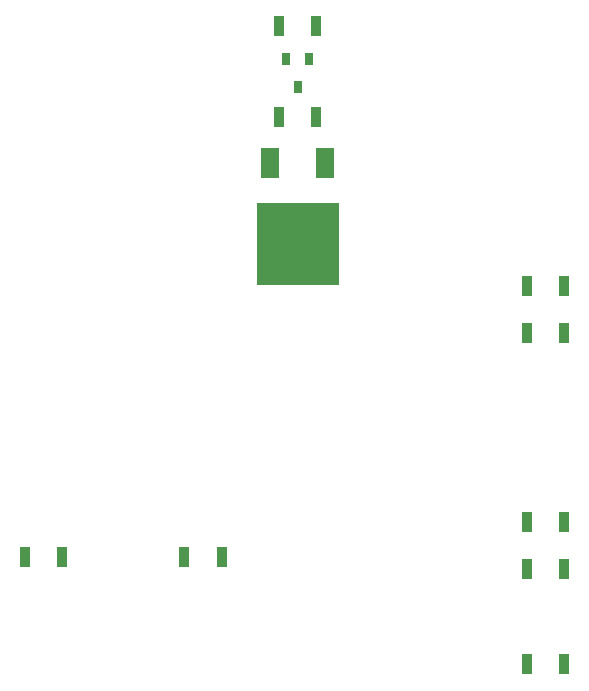
<source format=gbp>
%FSLAX33Y33*%
%MOMM*%
%AMRect-W599999-H1000000-RO1.000*
21,1,0.599999,1.,0.,0.,180*%
%AMRect-W820710-H1670710-RO1.000*
21,1,0.82071,1.67071,0.,0.,180*%
%ADD10R,7.X7.*%
%ADD11R,1.5X2.5*%
%ADD12Rect-W599999-H1000000-RO1.000*%
%ADD13Rect-W820710-H1670710-RO1.000*%
%ADD14R,0.82071X1.67071*%
D10*
%LNbottom paste_traces*%
%LNbottom paste component 0d0e1ac56a31cf0a*%
G01*
X60000Y54500D03*
D11*
X57700Y61400D03*
X62300Y61400D03*
%LNbottom paste component ed6aac9b1e4144ae*%
D12*
X60000Y67800D03*
X60950Y70200D03*
X59050Y70200D03*
%LNbottom paste component 3551aa586fd520a7*%
D13*
X82575Y19000D03*
X79425Y19000D03*
%LNbottom paste component f3a6a5f8d7136d03*%
X82575Y51000D03*
X79425Y51000D03*
%LNbottom paste component 2518a5df77d1979c*%
D14*
X58425Y73000D03*
X61575Y73000D03*
%LNbottom paste component e02644c225c8131e*%
D13*
X40075Y28000D03*
X36925Y28000D03*
%LNbottom paste component 954f632090d1658b*%
X82575Y27000D03*
X79425Y27000D03*
%LNbottom paste component 37bf67a02f6b0f8a*%
X61575Y65250D03*
X58425Y65250D03*
%LNbottom paste component 8063edbf7f7efeab*%
X82575Y47000D03*
X79425Y47000D03*
%LNbottom paste component aa97142ff3d33da6*%
X53575Y28000D03*
X50425Y28000D03*
%LNbottom paste component 1206776b99d0c674*%
X82575Y31000D03*
X79425Y31000D03*
M02*
</source>
